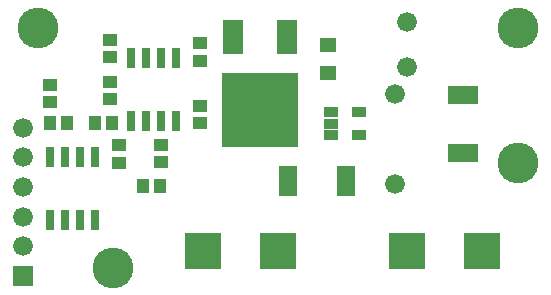
<source format=gbr>
%FSLAX23Y23*%
%MOIN*%
G04 EasyPC Gerber Version 16.0.6 Build 3249 *
%ADD129R,0.02962X0.06506*%
%ADD19R,0.04340X0.04931*%
%ADD128R,0.06112X0.10443*%
%ADD130R,0.06506X0.11624*%
%ADD71R,0.06600X0.06600*%
%ADD123R,0.12411X0.12411*%
%ADD70C,0.06600*%
%ADD122C,0.06600*%
%ADD126R,0.04537X0.03356*%
%ADD18R,0.04931X0.04340*%
%ADD132R,0.05718X0.04734*%
%ADD127R,0.10443X0.06112*%
%ADD125C,0.13600*%
%ADD131R,0.25403X0.24616*%
X0Y0D02*
D02*
D18*
X143Y768D03*
Y825D03*
X343Y778D03*
Y835D03*
Y918D03*
Y975D03*
X372Y565D03*
Y622D03*
X513Y568D03*
Y625D03*
X642Y905D03*
Y962D03*
X643Y698D03*
Y755D03*
D02*
D19*
X142Y696D03*
X199D03*
X292D03*
X349D03*
X452Y486D03*
X509D03*
D02*
D70*
X53Y286D03*
Y385D03*
Y483D03*
Y582D03*
Y680D03*
D02*
D71*
Y188D03*
D02*
D122*
X1293Y495D03*
Y795D03*
X1333Y885D03*
Y1035D03*
D02*
D123*
X652Y271D03*
X902D03*
X1332D03*
X1582D03*
D02*
D125*
X103Y1015D03*
X353Y215D03*
X1703Y565D03*
Y1015D03*
D02*
D126*
X1078Y658D03*
Y695D03*
Y733D03*
X1173Y658D03*
Y733D03*
D02*
D127*
X1520Y598D03*
Y791D03*
D02*
D128*
X937Y503D03*
X1130D03*
D02*
D129*
X142Y372D03*
Y585D03*
X193Y372D03*
Y585D03*
X243Y372D03*
Y585D03*
X293Y372D03*
Y585D03*
X413Y702D03*
Y915D03*
X463Y702D03*
Y915D03*
X513Y702D03*
Y915D03*
X563Y702D03*
Y915D03*
D02*
D130*
X753Y985D03*
X933D03*
D02*
D131*
X843Y739D03*
D02*
D132*
X1069Y865D03*
Y957D03*
X0Y0D02*
M02*

</source>
